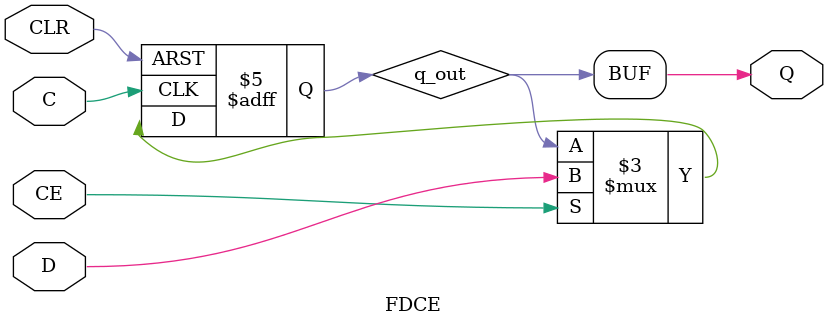
<source format=v>
`timescale  1 ps / 1 ps

module FDCE (C, CE, CLR, D, Q);

    parameter INIT = 1'b1;

    output Q;

    input  C, CE, D, CLR;

    wire Q;
    reg q_out;

    initial q_out = INIT;

    assign Q = q_out;

    always @(posedge C or posedge CLR)
        if (CLR)
             q_out <= 0;
        else if (CE)
	         q_out <= D;

endmodule

</source>
